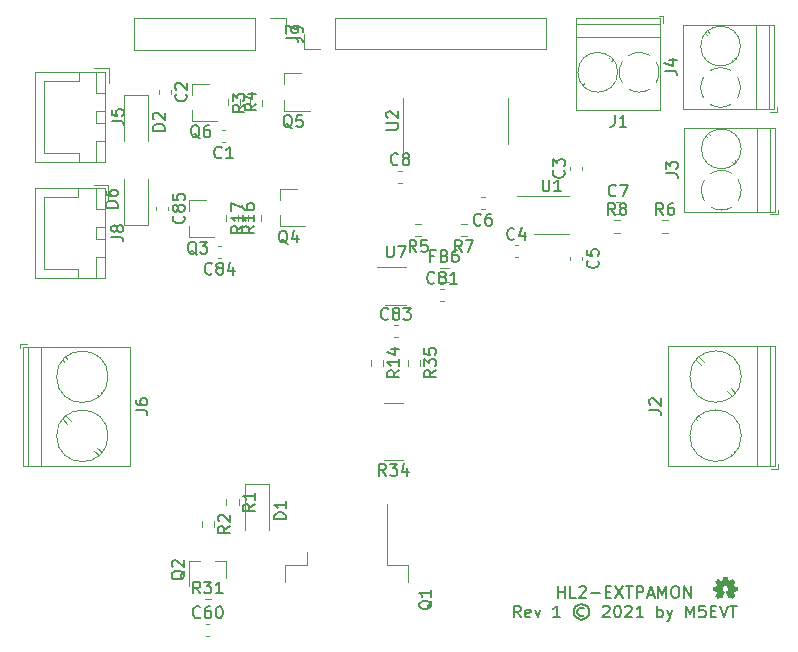
<source format=gbr>
G04 #@! TF.GenerationSoftware,KiCad,Pcbnew,5.1.10-88a1d61d58~90~ubuntu20.04.1*
G04 #@! TF.CreationDate,2021-09-05T17:22:48+01:00*
G04 #@! TF.ProjectId,hl2_extpamon,686c325f-6578-4747-9061-6d6f6e2e6b69,1*
G04 #@! TF.SameCoordinates,PX59a5380PY35d55f4*
G04 #@! TF.FileFunction,Legend,Top*
G04 #@! TF.FilePolarity,Positive*
%FSLAX46Y46*%
G04 Gerber Fmt 4.6, Leading zero omitted, Abs format (unit mm)*
G04 Created by KiCad (PCBNEW 5.1.10-88a1d61d58~90~ubuntu20.04.1) date 2021-09-05 17:22:48*
%MOMM*%
%LPD*%
G01*
G04 APERTURE LIST*
%ADD10C,0.150000*%
%ADD11C,0.120000*%
%ADD12C,0.002540*%
G04 APERTURE END LIST*
D10*
X45379842Y-50020980D02*
X45379842Y-49020980D01*
X45379842Y-49497171D02*
X45951271Y-49497171D01*
X45951271Y-50020980D02*
X45951271Y-49020980D01*
X46903652Y-50020980D02*
X46427461Y-50020980D01*
X46427461Y-49020980D01*
X47189366Y-49116219D02*
X47236985Y-49068600D01*
X47332223Y-49020980D01*
X47570319Y-49020980D01*
X47665557Y-49068600D01*
X47713176Y-49116219D01*
X47760795Y-49211457D01*
X47760795Y-49306695D01*
X47713176Y-49449552D01*
X47141747Y-50020980D01*
X47760795Y-50020980D01*
X48189366Y-49640028D02*
X48951271Y-49640028D01*
X49427461Y-49497171D02*
X49760795Y-49497171D01*
X49903652Y-50020980D02*
X49427461Y-50020980D01*
X49427461Y-49020980D01*
X49903652Y-49020980D01*
X50236985Y-49020980D02*
X50903652Y-50020980D01*
X50903652Y-49020980D02*
X50236985Y-50020980D01*
X51141747Y-49020980D02*
X51713176Y-49020980D01*
X51427461Y-50020980D02*
X51427461Y-49020980D01*
X52046509Y-50020980D02*
X52046509Y-49020980D01*
X52427461Y-49020980D01*
X52522700Y-49068600D01*
X52570319Y-49116219D01*
X52617938Y-49211457D01*
X52617938Y-49354314D01*
X52570319Y-49449552D01*
X52522700Y-49497171D01*
X52427461Y-49544790D01*
X52046509Y-49544790D01*
X52998890Y-49735266D02*
X53475080Y-49735266D01*
X52903652Y-50020980D02*
X53236985Y-49020980D01*
X53570319Y-50020980D01*
X53903652Y-50020980D02*
X53903652Y-49020980D01*
X54236985Y-49735266D01*
X54570319Y-49020980D01*
X54570319Y-50020980D01*
X55236985Y-49020980D02*
X55427461Y-49020980D01*
X55522700Y-49068600D01*
X55617938Y-49163838D01*
X55665557Y-49354314D01*
X55665557Y-49687647D01*
X55617938Y-49878123D01*
X55522700Y-49973361D01*
X55427461Y-50020980D01*
X55236985Y-50020980D01*
X55141747Y-49973361D01*
X55046509Y-49878123D01*
X54998890Y-49687647D01*
X54998890Y-49354314D01*
X55046509Y-49163838D01*
X55141747Y-49068600D01*
X55236985Y-49020980D01*
X56094128Y-50020980D02*
X56094128Y-49020980D01*
X56665557Y-50020980D01*
X56665557Y-49020980D01*
X42236985Y-51670980D02*
X41903652Y-51194790D01*
X41665557Y-51670980D02*
X41665557Y-50670980D01*
X42046509Y-50670980D01*
X42141747Y-50718600D01*
X42189366Y-50766219D01*
X42236985Y-50861457D01*
X42236985Y-51004314D01*
X42189366Y-51099552D01*
X42141747Y-51147171D01*
X42046509Y-51194790D01*
X41665557Y-51194790D01*
X43046509Y-51623361D02*
X42951271Y-51670980D01*
X42760795Y-51670980D01*
X42665557Y-51623361D01*
X42617938Y-51528123D01*
X42617938Y-51147171D01*
X42665557Y-51051933D01*
X42760795Y-51004314D01*
X42951271Y-51004314D01*
X43046509Y-51051933D01*
X43094128Y-51147171D01*
X43094128Y-51242409D01*
X42617938Y-51337647D01*
X43427461Y-51004314D02*
X43665557Y-51670980D01*
X43903652Y-51004314D01*
X45570319Y-51670980D02*
X44998890Y-51670980D01*
X45284604Y-51670980D02*
X45284604Y-50670980D01*
X45189366Y-50813838D01*
X45094128Y-50909076D01*
X44998890Y-50956695D01*
X47570319Y-50909076D02*
X47475080Y-50861457D01*
X47284604Y-50861457D01*
X47189366Y-50909076D01*
X47094128Y-51004314D01*
X47046509Y-51099552D01*
X47046509Y-51290028D01*
X47094128Y-51385266D01*
X47189366Y-51480504D01*
X47284604Y-51528123D01*
X47475080Y-51528123D01*
X47570319Y-51480504D01*
X47379842Y-50528123D02*
X47141747Y-50575742D01*
X46903652Y-50718600D01*
X46760795Y-50956695D01*
X46713176Y-51194790D01*
X46760795Y-51432885D01*
X46903652Y-51670980D01*
X47141747Y-51813838D01*
X47379842Y-51861457D01*
X47617938Y-51813838D01*
X47856033Y-51670980D01*
X47998890Y-51432885D01*
X48046509Y-51194790D01*
X47998890Y-50956695D01*
X47856033Y-50718600D01*
X47617938Y-50575742D01*
X47379842Y-50528123D01*
X49189366Y-50766219D02*
X49236985Y-50718600D01*
X49332223Y-50670980D01*
X49570319Y-50670980D01*
X49665557Y-50718600D01*
X49713176Y-50766219D01*
X49760795Y-50861457D01*
X49760795Y-50956695D01*
X49713176Y-51099552D01*
X49141747Y-51670980D01*
X49760795Y-51670980D01*
X50379842Y-50670980D02*
X50475080Y-50670980D01*
X50570319Y-50718600D01*
X50617938Y-50766219D01*
X50665557Y-50861457D01*
X50713176Y-51051933D01*
X50713176Y-51290028D01*
X50665557Y-51480504D01*
X50617938Y-51575742D01*
X50570319Y-51623361D01*
X50475080Y-51670980D01*
X50379842Y-51670980D01*
X50284604Y-51623361D01*
X50236985Y-51575742D01*
X50189366Y-51480504D01*
X50141747Y-51290028D01*
X50141747Y-51051933D01*
X50189366Y-50861457D01*
X50236985Y-50766219D01*
X50284604Y-50718600D01*
X50379842Y-50670980D01*
X51094128Y-50766219D02*
X51141747Y-50718600D01*
X51236985Y-50670980D01*
X51475080Y-50670980D01*
X51570319Y-50718600D01*
X51617938Y-50766219D01*
X51665557Y-50861457D01*
X51665557Y-50956695D01*
X51617938Y-51099552D01*
X51046509Y-51670980D01*
X51665557Y-51670980D01*
X52617938Y-51670980D02*
X52046509Y-51670980D01*
X52332223Y-51670980D02*
X52332223Y-50670980D01*
X52236985Y-50813838D01*
X52141747Y-50909076D01*
X52046509Y-50956695D01*
X53808414Y-51670980D02*
X53808414Y-50670980D01*
X53808414Y-51051933D02*
X53903652Y-51004314D01*
X54094128Y-51004314D01*
X54189366Y-51051933D01*
X54236985Y-51099552D01*
X54284604Y-51194790D01*
X54284604Y-51480504D01*
X54236985Y-51575742D01*
X54189366Y-51623361D01*
X54094128Y-51670980D01*
X53903652Y-51670980D01*
X53808414Y-51623361D01*
X54617938Y-51004314D02*
X54856033Y-51670980D01*
X55094128Y-51004314D02*
X54856033Y-51670980D01*
X54760795Y-51909076D01*
X54713176Y-51956695D01*
X54617938Y-52004314D01*
X56236985Y-51670980D02*
X56236985Y-50670980D01*
X56570319Y-51385266D01*
X56903652Y-50670980D01*
X56903652Y-51670980D01*
X57856033Y-50670980D02*
X57379842Y-50670980D01*
X57332223Y-51147171D01*
X57379842Y-51099552D01*
X57475080Y-51051933D01*
X57713176Y-51051933D01*
X57808414Y-51099552D01*
X57856033Y-51147171D01*
X57903652Y-51242409D01*
X57903652Y-51480504D01*
X57856033Y-51575742D01*
X57808414Y-51623361D01*
X57713176Y-51670980D01*
X57475080Y-51670980D01*
X57379842Y-51623361D01*
X57332223Y-51575742D01*
X58332223Y-51147171D02*
X58665557Y-51147171D01*
X58808414Y-51670980D02*
X58332223Y-51670980D01*
X58332223Y-50670980D01*
X58808414Y-50670980D01*
X59094128Y-50670980D02*
X59427461Y-51670980D01*
X59760795Y-50670980D01*
X59951271Y-50670980D02*
X60522700Y-50670980D01*
X60236985Y-51670980D02*
X60236985Y-50670980D01*
D11*
X32247664Y-38300200D02*
X30693536Y-38300200D01*
X32247664Y-33480200D02*
X30693536Y-33480200D01*
X9535300Y-930600D02*
X9535300Y-3590600D01*
X19755300Y-930600D02*
X9535300Y-930600D01*
X19755300Y-3590600D02*
X9535300Y-3590600D01*
X19755300Y-930600D02*
X19755300Y-3590600D01*
X21025300Y-930600D02*
X22355300Y-930600D01*
X22355300Y-930600D02*
X22355300Y-2260600D01*
X32262100Y-9601200D02*
X32262100Y-13051200D01*
X32262100Y-9601200D02*
X32262100Y-7651200D01*
X41132100Y-9601200D02*
X41132100Y-11551200D01*
X41132100Y-9601200D02*
X41132100Y-7651200D01*
X44850500Y-15979500D02*
X41925500Y-15979500D01*
X44850500Y-15979500D02*
X46350500Y-15979500D01*
X44850500Y-19199500D02*
X43350500Y-19199500D01*
X44850500Y-19199500D02*
X46350500Y-19199500D01*
X32668000Y-29847276D02*
X32668000Y-30356724D01*
X33713000Y-29847276D02*
X33713000Y-30356724D01*
X15485976Y-51135000D02*
X15995424Y-51135000D01*
X15485976Y-50090000D02*
X15995424Y-50090000D01*
X20227000Y-18136324D02*
X20227000Y-17626876D01*
X19182000Y-18136324D02*
X19182000Y-17626876D01*
X17277000Y-17626876D02*
X17277000Y-18136324D01*
X18322000Y-17626876D02*
X18322000Y-18136324D01*
X29556500Y-29847276D02*
X29556500Y-30356724D01*
X30601500Y-29847276D02*
X30601500Y-30356724D01*
X50158376Y-19089900D02*
X50667824Y-19089900D01*
X50158376Y-18044900D02*
X50667824Y-18044900D01*
X37664924Y-18324300D02*
X37155476Y-18324300D01*
X37664924Y-19369300D02*
X37155476Y-19369300D01*
X54222376Y-19089900D02*
X54731824Y-19089900D01*
X54222376Y-18044900D02*
X54731824Y-18044900D01*
X33827624Y-18324300D02*
X33318176Y-18324300D01*
X33827624Y-19369300D02*
X33318176Y-19369300D01*
X17454800Y-7746276D02*
X17454800Y-8255724D01*
X18499800Y-7746276D02*
X18499800Y-8255724D01*
X20354000Y-8357324D02*
X20354000Y-7847876D01*
X19309000Y-8357324D02*
X19309000Y-7847876D01*
X15218200Y-43499776D02*
X15218200Y-44009224D01*
X16263200Y-43499776D02*
X16263200Y-44009224D01*
X17313700Y-41658276D02*
X17313700Y-42167724D01*
X18358700Y-41658276D02*
X18358700Y-42167724D01*
X23911700Y-3565200D02*
X23911700Y-2235200D01*
X25241700Y-3565200D02*
X23911700Y-3565200D01*
X26511700Y-3565200D02*
X26511700Y-905200D01*
X26511700Y-905200D02*
X44351700Y-905200D01*
X26511700Y-3565200D02*
X44351700Y-3565200D01*
X44351700Y-3565200D02*
X44351700Y-905200D01*
X11396700Y-16897133D02*
X11396700Y-17189667D01*
X12416700Y-16897133D02*
X12416700Y-17189667D01*
X16885967Y-20241800D02*
X16593433Y-20241800D01*
X16885967Y-21261800D02*
X16593433Y-21261800D01*
X31520233Y-27945000D02*
X31812767Y-27945000D01*
X31520233Y-26925000D02*
X31812767Y-26925000D01*
X35433233Y-24894000D02*
X35725767Y-24894000D01*
X35433233Y-23874000D02*
X35725767Y-23874000D01*
X15594433Y-53218000D02*
X15886967Y-53218000D01*
X15594433Y-52198000D02*
X15886967Y-52198000D01*
X31877233Y-14861000D02*
X32169767Y-14861000D01*
X31877233Y-13841000D02*
X32169767Y-13841000D01*
X50317633Y-17502600D02*
X50610167Y-17502600D01*
X50317633Y-16482600D02*
X50610167Y-16482600D01*
X39180167Y-16101600D02*
X38887633Y-16101600D01*
X39180167Y-17121600D02*
X38887633Y-17121600D01*
X46448700Y-21138933D02*
X46448700Y-21431467D01*
X47468700Y-21138933D02*
X47468700Y-21431467D01*
X41732433Y-21185600D02*
X42024967Y-21185600D01*
X41732433Y-20165600D02*
X42024967Y-20165600D01*
X47456000Y-13798767D02*
X47456000Y-13506233D01*
X46436000Y-13798767D02*
X46436000Y-13506233D01*
X11599900Y-7043033D02*
X11599900Y-7335567D01*
X12619900Y-7043033D02*
X12619900Y-7335567D01*
X17234567Y-10412000D02*
X16942033Y-10412000D01*
X17234567Y-11432000D02*
X16942033Y-11432000D01*
X35370378Y-22109500D02*
X36169622Y-22109500D01*
X35370378Y-23229500D02*
X36169622Y-23229500D01*
X30766500Y-25235000D02*
X32566500Y-25235000D01*
X32566500Y-22015000D02*
X30116500Y-22015000D01*
X14397900Y-6471800D02*
X14397900Y-7401800D01*
X14397900Y-9631800D02*
X14397900Y-8701800D01*
X14397900Y-9631800D02*
X16557900Y-9631800D01*
X14397900Y-6471800D02*
X15857900Y-6471800D01*
X22221100Y-5608200D02*
X22221100Y-6538200D01*
X22221100Y-8768200D02*
X22221100Y-7838200D01*
X22221100Y-8768200D02*
X24381100Y-8768200D01*
X22221100Y-5608200D02*
X23681100Y-5608200D01*
X21840100Y-15387200D02*
X21840100Y-16317200D01*
X21840100Y-18547200D02*
X21840100Y-17617200D01*
X21840100Y-18547200D02*
X24000100Y-18547200D01*
X21840100Y-15387200D02*
X23300100Y-15387200D01*
X14143900Y-16327000D02*
X14143900Y-17257000D01*
X14143900Y-19487000D02*
X14143900Y-18557000D01*
X14143900Y-19487000D02*
X16303900Y-19487000D01*
X14143900Y-16327000D02*
X15603900Y-16327000D01*
X17320700Y-46868000D02*
X16390700Y-46868000D01*
X14160700Y-46868000D02*
X15090700Y-46868000D01*
X14160700Y-46868000D02*
X14160700Y-49028000D01*
X17320700Y-46868000D02*
X17320700Y-48328000D01*
X32726300Y-48695800D02*
X32726300Y-47195800D01*
X32726300Y-47195800D02*
X30916300Y-47195800D01*
X30916300Y-47195800D02*
X30916300Y-42070800D01*
X22326300Y-48695800D02*
X22326300Y-47195800D01*
X22326300Y-47195800D02*
X24136300Y-47195800D01*
X24136300Y-47195800D02*
X24136300Y-46095800D01*
X7050100Y-15313800D02*
X1080100Y-15313800D01*
X1080100Y-15313800D02*
X1080100Y-22933800D01*
X1080100Y-22933800D02*
X7050100Y-22933800D01*
X7050100Y-22933800D02*
X7050100Y-15313800D01*
X7040100Y-18623800D02*
X6290100Y-18623800D01*
X6290100Y-18623800D02*
X6290100Y-19623800D01*
X6290100Y-19623800D02*
X7040100Y-19623800D01*
X7040100Y-19623800D02*
X7040100Y-18623800D01*
X7040100Y-15323800D02*
X6290100Y-15323800D01*
X6290100Y-15323800D02*
X6290100Y-17123800D01*
X6290100Y-17123800D02*
X7040100Y-17123800D01*
X7040100Y-17123800D02*
X7040100Y-15323800D01*
X7040100Y-21123800D02*
X6290100Y-21123800D01*
X6290100Y-21123800D02*
X6290100Y-22923800D01*
X6290100Y-22923800D02*
X7040100Y-22923800D01*
X7040100Y-22923800D02*
X7040100Y-21123800D01*
X4790100Y-15323800D02*
X4790100Y-16073800D01*
X4790100Y-16073800D02*
X1840100Y-16073800D01*
X1840100Y-16073800D02*
X1840100Y-19123800D01*
X4790100Y-22923800D02*
X4790100Y-22173800D01*
X4790100Y-22173800D02*
X1840100Y-22173800D01*
X1840100Y-22173800D02*
X1840100Y-19123800D01*
X7340100Y-16273800D02*
X7340100Y-15023800D01*
X7340100Y-15023800D02*
X6090100Y-15023800D01*
X7304900Y-31292800D02*
G75*
G03*
X7304900Y-31292800I-2180000J0D01*
G01*
X7304900Y-36292800D02*
G75*
G03*
X7304900Y-36292800I-2180000J0D01*
G01*
X524900Y-28732800D02*
X524900Y-38852800D01*
X1624900Y-28732800D02*
X1624900Y-38852800D01*
X9184900Y-28732800D02*
X9184900Y-38852800D01*
X64900Y-28732800D02*
X64900Y-38852800D01*
X9184900Y-28732800D02*
X64900Y-28732800D01*
X9184900Y-38852800D02*
X64900Y-38852800D01*
X6512900Y-32946800D02*
X6405900Y-32839800D01*
X3577900Y-30010800D02*
X3470900Y-29904800D01*
X6778900Y-32680800D02*
X6671900Y-32573800D01*
X3843900Y-29744800D02*
X3736900Y-29638800D01*
X6512900Y-37946800D02*
X6116900Y-37551800D01*
X3850900Y-35285800D02*
X3470900Y-34905800D01*
X6778900Y-37680800D02*
X6398900Y-37300800D01*
X4132900Y-35034800D02*
X3736900Y-34639800D01*
X464900Y-28492800D02*
X-175100Y-28492800D01*
X-175100Y-28492800D02*
X-175100Y-28892800D01*
X7076900Y-5481000D02*
X1106900Y-5481000D01*
X1106900Y-5481000D02*
X1106900Y-13101000D01*
X1106900Y-13101000D02*
X7076900Y-13101000D01*
X7076900Y-13101000D02*
X7076900Y-5481000D01*
X7066900Y-8791000D02*
X6316900Y-8791000D01*
X6316900Y-8791000D02*
X6316900Y-9791000D01*
X6316900Y-9791000D02*
X7066900Y-9791000D01*
X7066900Y-9791000D02*
X7066900Y-8791000D01*
X7066900Y-5491000D02*
X6316900Y-5491000D01*
X6316900Y-5491000D02*
X6316900Y-7291000D01*
X6316900Y-7291000D02*
X7066900Y-7291000D01*
X7066900Y-7291000D02*
X7066900Y-5491000D01*
X7066900Y-11291000D02*
X6316900Y-11291000D01*
X6316900Y-11291000D02*
X6316900Y-13091000D01*
X6316900Y-13091000D02*
X7066900Y-13091000D01*
X7066900Y-13091000D02*
X7066900Y-11291000D01*
X4816900Y-5491000D02*
X4816900Y-6241000D01*
X4816900Y-6241000D02*
X1866900Y-6241000D01*
X1866900Y-6241000D02*
X1866900Y-9291000D01*
X4816900Y-13091000D02*
X4816900Y-12341000D01*
X4816900Y-12341000D02*
X1866900Y-12341000D01*
X1866900Y-12341000D02*
X1866900Y-9291000D01*
X7366900Y-6441000D02*
X7366900Y-5191000D01*
X7366900Y-5191000D02*
X6116900Y-5191000D01*
X60842000Y-3297500D02*
G75*
G03*
X60842000Y-3297500I-1680000J0D01*
G01*
X63262000Y-8607500D02*
X63262000Y-1487500D01*
X62162000Y-8607500D02*
X62162000Y-1487500D01*
X56002000Y-8607500D02*
X56002000Y-1487500D01*
X63722000Y-8607500D02*
X63722000Y-1487500D01*
X56002000Y-8607500D02*
X63722000Y-8607500D01*
X56002000Y-1487500D02*
X63722000Y-1487500D01*
X58093000Y-2022500D02*
X58221000Y-2151500D01*
X60343000Y-4272500D02*
X60436000Y-4366500D01*
X57887000Y-2227500D02*
X57981000Y-2321500D01*
X60103000Y-4442500D02*
X60231000Y-4571500D01*
X63322000Y-8847500D02*
X63962000Y-8847500D01*
X63962000Y-8847500D02*
X63962000Y-8447500D01*
X60842099Y-6768826D02*
G75*
G02*
X60602000Y-7663500I-1680099J-28674D01*
G01*
X60051894Y-8222858D02*
G75*
G02*
X58296000Y-8237500I-889894J1425358D01*
G01*
X57736642Y-7687394D02*
G75*
G02*
X57722000Y-5931500I1425358J889894D01*
G01*
X58271807Y-5371995D02*
G75*
G02*
X60053000Y-5372500I890193J-1425505D01*
G01*
X60586721Y-5907236D02*
G75*
G02*
X60842000Y-6797500I-1424721J-890264D01*
G01*
X60905500Y-11997000D02*
G75*
G03*
X60905500Y-11997000I-1680000J0D01*
G01*
X63325500Y-17307000D02*
X63325500Y-10187000D01*
X62225500Y-17307000D02*
X62225500Y-10187000D01*
X56065500Y-17307000D02*
X56065500Y-10187000D01*
X63785500Y-17307000D02*
X63785500Y-10187000D01*
X56065500Y-17307000D02*
X63785500Y-17307000D01*
X56065500Y-10187000D02*
X63785500Y-10187000D01*
X58156500Y-10722000D02*
X58284500Y-10851000D01*
X60406500Y-12972000D02*
X60499500Y-13066000D01*
X57950500Y-10927000D02*
X58044500Y-11021000D01*
X60166500Y-13142000D02*
X60294500Y-13271000D01*
X63385500Y-17547000D02*
X64025500Y-17547000D01*
X64025500Y-17547000D02*
X64025500Y-17147000D01*
X60905599Y-15468326D02*
G75*
G02*
X60665500Y-16363000I-1680099J-28674D01*
G01*
X60115394Y-16922358D02*
G75*
G02*
X58359500Y-16937000I-889894J1425358D01*
G01*
X57800142Y-16386894D02*
G75*
G02*
X57785500Y-14631000I1425358J889894D01*
G01*
X58335307Y-14071495D02*
G75*
G02*
X60116500Y-14072000I890193J-1425505D01*
G01*
X60650221Y-14606736D02*
G75*
G02*
X60905500Y-15497000I-1424721J-890264D01*
G01*
X60922900Y-36274200D02*
G75*
G03*
X60922900Y-36274200I-2180000J0D01*
G01*
X60922900Y-31274200D02*
G75*
G03*
X60922900Y-31274200I-2180000J0D01*
G01*
X63342900Y-38834200D02*
X63342900Y-28714200D01*
X62242900Y-38834200D02*
X62242900Y-28714200D01*
X54682900Y-38834200D02*
X54682900Y-28714200D01*
X63802900Y-38834200D02*
X63802900Y-28714200D01*
X54682900Y-38834200D02*
X63802900Y-38834200D01*
X54682900Y-28714200D02*
X63802900Y-28714200D01*
X57354900Y-34620200D02*
X57461900Y-34727200D01*
X60289900Y-37556200D02*
X60396900Y-37662200D01*
X57088900Y-34886200D02*
X57195900Y-34993200D01*
X60023900Y-37822200D02*
X60130900Y-37928200D01*
X57354900Y-29620200D02*
X57750900Y-30015200D01*
X60016900Y-32281200D02*
X60396900Y-32661200D01*
X57088900Y-29886200D02*
X57468900Y-30266200D01*
X59734900Y-32532200D02*
X60130900Y-32927200D01*
X63402900Y-39074200D02*
X64042900Y-39074200D01*
X64042900Y-39074200D02*
X64042900Y-38674200D01*
X50447300Y-5511800D02*
G75*
G03*
X50447300Y-5511800I-1680000J0D01*
G01*
X54077300Y-1411800D02*
X46957300Y-1411800D01*
X54077300Y-2511800D02*
X46957300Y-2511800D01*
X54077300Y-8671800D02*
X46957300Y-8671800D01*
X54077300Y-951800D02*
X46957300Y-951800D01*
X54077300Y-8671800D02*
X54077300Y-951800D01*
X46957300Y-8671800D02*
X46957300Y-951800D01*
X47492300Y-6580800D02*
X47621300Y-6452800D01*
X49742300Y-4330800D02*
X49836300Y-4237800D01*
X47697300Y-6786800D02*
X47791300Y-6692800D01*
X49912300Y-4570800D02*
X50041300Y-4442800D01*
X54317300Y-1351800D02*
X54317300Y-711800D01*
X54317300Y-711800D02*
X53917300Y-711800D01*
X52238626Y-3831701D02*
G75*
G02*
X53133300Y-4071800I28674J-1680099D01*
G01*
X53692658Y-4621906D02*
G75*
G02*
X53707300Y-6377800I-1425358J-889894D01*
G01*
X53157194Y-6937158D02*
G75*
G02*
X51401300Y-6951800I-889894J1425358D01*
G01*
X50841795Y-6401993D02*
G75*
G02*
X50842300Y-4620800I1425505J890193D01*
G01*
X51377036Y-4087079D02*
G75*
G02*
X52267300Y-3831800I890264J-1424721D01*
G01*
X8652000Y-18481600D02*
X10652000Y-18481600D01*
X10652000Y-18481600D02*
X10652000Y-14581600D01*
X8652000Y-18481600D02*
X8652000Y-14581600D01*
X10646100Y-7452800D02*
X8646100Y-7452800D01*
X8646100Y-7452800D02*
X8646100Y-11352800D01*
X10646100Y-7452800D02*
X10646100Y-11352800D01*
X20931700Y-40361500D02*
X18931700Y-40361500D01*
X18931700Y-40361500D02*
X18931700Y-44261500D01*
X20931700Y-40361500D02*
X20931700Y-44261500D01*
D12*
G36*
X58927180Y-50020220D02*
G01*
X58937340Y-50015140D01*
X58960200Y-49999900D01*
X58993220Y-49979580D01*
X59033860Y-49951640D01*
X59071960Y-49926240D01*
X59104980Y-49903380D01*
X59127840Y-49888140D01*
X59138000Y-49883060D01*
X59143080Y-49885600D01*
X59160860Y-49895760D01*
X59188800Y-49908460D01*
X59204040Y-49916080D01*
X59229440Y-49928780D01*
X59242140Y-49931320D01*
X59244680Y-49926240D01*
X59254840Y-49908460D01*
X59267540Y-49875440D01*
X59287860Y-49832260D01*
X59308180Y-49781460D01*
X59331040Y-49725580D01*
X59353900Y-49669700D01*
X59376760Y-49616360D01*
X59397080Y-49568100D01*
X59412320Y-49530000D01*
X59422480Y-49502060D01*
X59427560Y-49491900D01*
X59425020Y-49489360D01*
X59412320Y-49476660D01*
X59392000Y-49461420D01*
X59343740Y-49420780D01*
X59298020Y-49362360D01*
X59267540Y-49296320D01*
X59259920Y-49222660D01*
X59267540Y-49156620D01*
X59292940Y-49093120D01*
X59338660Y-49032160D01*
X59394540Y-48988980D01*
X59460580Y-48961040D01*
X59531700Y-48953420D01*
X59600280Y-48961040D01*
X59666320Y-48986440D01*
X59727280Y-49032160D01*
X59750140Y-49060100D01*
X59785700Y-49121060D01*
X59806020Y-49182020D01*
X59806020Y-49197260D01*
X59803480Y-49268380D01*
X59783160Y-49336960D01*
X59747600Y-49395380D01*
X59694260Y-49446180D01*
X59689180Y-49451260D01*
X59663780Y-49469040D01*
X59648540Y-49479200D01*
X59635840Y-49489360D01*
X59724740Y-49705260D01*
X59739980Y-49740820D01*
X59765380Y-49799240D01*
X59785700Y-49850040D01*
X59803480Y-49890680D01*
X59816180Y-49916080D01*
X59821260Y-49928780D01*
X59828880Y-49928780D01*
X59844120Y-49923700D01*
X59874600Y-49908460D01*
X59894920Y-49898300D01*
X59917780Y-49888140D01*
X59927940Y-49883060D01*
X59938100Y-49888140D01*
X59958420Y-49903380D01*
X59991440Y-49923700D01*
X60029540Y-49949100D01*
X60065100Y-49974500D01*
X60100660Y-49997360D01*
X60123520Y-50012600D01*
X60136220Y-50020220D01*
X60138760Y-50020220D01*
X60148920Y-50012600D01*
X60169240Y-49997360D01*
X60197180Y-49969420D01*
X60237820Y-49928780D01*
X60245440Y-49923700D01*
X60278460Y-49888140D01*
X60306400Y-49857660D01*
X60326720Y-49837340D01*
X60331800Y-49829720D01*
X60326720Y-49817020D01*
X60311480Y-49791620D01*
X60288620Y-49758600D01*
X60260680Y-49717960D01*
X60189560Y-49613820D01*
X60230200Y-49517300D01*
X60240360Y-49486820D01*
X60255600Y-49451260D01*
X60268300Y-49425860D01*
X60273380Y-49413160D01*
X60283540Y-49410620D01*
X60311480Y-49403000D01*
X60349580Y-49395380D01*
X60395300Y-49387760D01*
X60441020Y-49377600D01*
X60479120Y-49369980D01*
X60509600Y-49364900D01*
X60522300Y-49362360D01*
X60524840Y-49359820D01*
X60527380Y-49354740D01*
X60529920Y-49342040D01*
X60529920Y-49316640D01*
X60529920Y-49278540D01*
X60529920Y-49222660D01*
X60529920Y-49217580D01*
X60529920Y-49164240D01*
X60529920Y-49123600D01*
X60527380Y-49098200D01*
X60524840Y-49088040D01*
X60512140Y-49082960D01*
X60484200Y-49077880D01*
X60446100Y-49070260D01*
X60397840Y-49060100D01*
X60395300Y-49060100D01*
X60347040Y-49052480D01*
X60308940Y-49042320D01*
X60281000Y-49037240D01*
X60268300Y-49032160D01*
X60265760Y-49029620D01*
X60255600Y-49011840D01*
X60242900Y-48981360D01*
X60227660Y-48945800D01*
X60212420Y-48910240D01*
X60197180Y-48874680D01*
X60189560Y-48851820D01*
X60187020Y-48839120D01*
X60194640Y-48828960D01*
X60209880Y-48803560D01*
X60232740Y-48770540D01*
X60260680Y-48729900D01*
X60263220Y-48724820D01*
X60291160Y-48686720D01*
X60311480Y-48651160D01*
X60326720Y-48628300D01*
X60331800Y-48618140D01*
X60331800Y-48615600D01*
X60324180Y-48605440D01*
X60303860Y-48582580D01*
X60273380Y-48552100D01*
X60237820Y-48516540D01*
X60227660Y-48506380D01*
X60189560Y-48468280D01*
X60161620Y-48442880D01*
X60143840Y-48430180D01*
X60136220Y-48425100D01*
X60136220Y-48427640D01*
X60123520Y-48432720D01*
X60098120Y-48450500D01*
X60065100Y-48473360D01*
X60024460Y-48501300D01*
X60021920Y-48503840D01*
X59981280Y-48529240D01*
X59948260Y-48552100D01*
X59925400Y-48567340D01*
X59915240Y-48574960D01*
X59912700Y-48574960D01*
X59897460Y-48569880D01*
X59866980Y-48559720D01*
X59833960Y-48547020D01*
X59795860Y-48531780D01*
X59762840Y-48516540D01*
X59737440Y-48506380D01*
X59724740Y-48498760D01*
X59719660Y-48483520D01*
X59714580Y-48453040D01*
X59704420Y-48412400D01*
X59696800Y-48364140D01*
X59694260Y-48356520D01*
X59686640Y-48308260D01*
X59679020Y-48270160D01*
X59671400Y-48242220D01*
X59668860Y-48229520D01*
X59663780Y-48229520D01*
X59638380Y-48226980D01*
X59602820Y-48226980D01*
X59559640Y-48226980D01*
X59516460Y-48226980D01*
X59473280Y-48226980D01*
X59435180Y-48229520D01*
X59409780Y-48229520D01*
X59397080Y-48232060D01*
X59397080Y-48234600D01*
X59392000Y-48247300D01*
X59386920Y-48277780D01*
X59376760Y-48318420D01*
X59369140Y-48369220D01*
X59366600Y-48376840D01*
X59358980Y-48425100D01*
X59348820Y-48463200D01*
X59343740Y-48491140D01*
X59341200Y-48501300D01*
X59336120Y-48503840D01*
X59318340Y-48511460D01*
X59285320Y-48524160D01*
X59244680Y-48541940D01*
X59153240Y-48577500D01*
X59041480Y-48501300D01*
X59031320Y-48493680D01*
X58990680Y-48465740D01*
X58957660Y-48445420D01*
X58934800Y-48430180D01*
X58924640Y-48425100D01*
X58914480Y-48435260D01*
X58891620Y-48455580D01*
X58861140Y-48486060D01*
X58825580Y-48519080D01*
X58800180Y-48547020D01*
X58769700Y-48577500D01*
X58749380Y-48597820D01*
X58739220Y-48613060D01*
X58734140Y-48620680D01*
X58736680Y-48625760D01*
X58741760Y-48638460D01*
X58759540Y-48661320D01*
X58782400Y-48696880D01*
X58810340Y-48734980D01*
X58833200Y-48770540D01*
X58856060Y-48806100D01*
X58871300Y-48834040D01*
X58878920Y-48846740D01*
X58876380Y-48851820D01*
X58868760Y-48874680D01*
X58856060Y-48907700D01*
X58838280Y-48948340D01*
X58800180Y-49037240D01*
X58741760Y-49047400D01*
X58706200Y-49055020D01*
X58655400Y-49062640D01*
X58609680Y-49072800D01*
X58536020Y-49088040D01*
X58533480Y-49354740D01*
X58543640Y-49359820D01*
X58556340Y-49364900D01*
X58581740Y-49369980D01*
X58622380Y-49377600D01*
X58668100Y-49385220D01*
X58706200Y-49392840D01*
X58746840Y-49400460D01*
X58774780Y-49405540D01*
X58787480Y-49408080D01*
X58790020Y-49413160D01*
X58800180Y-49433480D01*
X58815420Y-49463960D01*
X58830660Y-49499520D01*
X58845900Y-49537620D01*
X58858600Y-49573180D01*
X58868760Y-49598580D01*
X58873840Y-49613820D01*
X58868760Y-49623980D01*
X58853520Y-49646840D01*
X58830660Y-49679860D01*
X58805260Y-49717960D01*
X58777320Y-49758600D01*
X58754460Y-49791620D01*
X58739220Y-49817020D01*
X58731600Y-49827180D01*
X58736680Y-49834800D01*
X58751920Y-49852580D01*
X58779860Y-49883060D01*
X58825580Y-49928780D01*
X58833200Y-49933860D01*
X58866220Y-49969420D01*
X58896700Y-49994820D01*
X58917020Y-50015140D01*
X58927180Y-50020220D01*
G37*
X58927180Y-50020220D02*
X58937340Y-50015140D01*
X58960200Y-49999900D01*
X58993220Y-49979580D01*
X59033860Y-49951640D01*
X59071960Y-49926240D01*
X59104980Y-49903380D01*
X59127840Y-49888140D01*
X59138000Y-49883060D01*
X59143080Y-49885600D01*
X59160860Y-49895760D01*
X59188800Y-49908460D01*
X59204040Y-49916080D01*
X59229440Y-49928780D01*
X59242140Y-49931320D01*
X59244680Y-49926240D01*
X59254840Y-49908460D01*
X59267540Y-49875440D01*
X59287860Y-49832260D01*
X59308180Y-49781460D01*
X59331040Y-49725580D01*
X59353900Y-49669700D01*
X59376760Y-49616360D01*
X59397080Y-49568100D01*
X59412320Y-49530000D01*
X59422480Y-49502060D01*
X59427560Y-49491900D01*
X59425020Y-49489360D01*
X59412320Y-49476660D01*
X59392000Y-49461420D01*
X59343740Y-49420780D01*
X59298020Y-49362360D01*
X59267540Y-49296320D01*
X59259920Y-49222660D01*
X59267540Y-49156620D01*
X59292940Y-49093120D01*
X59338660Y-49032160D01*
X59394540Y-48988980D01*
X59460580Y-48961040D01*
X59531700Y-48953420D01*
X59600280Y-48961040D01*
X59666320Y-48986440D01*
X59727280Y-49032160D01*
X59750140Y-49060100D01*
X59785700Y-49121060D01*
X59806020Y-49182020D01*
X59806020Y-49197260D01*
X59803480Y-49268380D01*
X59783160Y-49336960D01*
X59747600Y-49395380D01*
X59694260Y-49446180D01*
X59689180Y-49451260D01*
X59663780Y-49469040D01*
X59648540Y-49479200D01*
X59635840Y-49489360D01*
X59724740Y-49705260D01*
X59739980Y-49740820D01*
X59765380Y-49799240D01*
X59785700Y-49850040D01*
X59803480Y-49890680D01*
X59816180Y-49916080D01*
X59821260Y-49928780D01*
X59828880Y-49928780D01*
X59844120Y-49923700D01*
X59874600Y-49908460D01*
X59894920Y-49898300D01*
X59917780Y-49888140D01*
X59927940Y-49883060D01*
X59938100Y-49888140D01*
X59958420Y-49903380D01*
X59991440Y-49923700D01*
X60029540Y-49949100D01*
X60065100Y-49974500D01*
X60100660Y-49997360D01*
X60123520Y-50012600D01*
X60136220Y-50020220D01*
X60138760Y-50020220D01*
X60148920Y-50012600D01*
X60169240Y-49997360D01*
X60197180Y-49969420D01*
X60237820Y-49928780D01*
X60245440Y-49923700D01*
X60278460Y-49888140D01*
X60306400Y-49857660D01*
X60326720Y-49837340D01*
X60331800Y-49829720D01*
X60326720Y-49817020D01*
X60311480Y-49791620D01*
X60288620Y-49758600D01*
X60260680Y-49717960D01*
X60189560Y-49613820D01*
X60230200Y-49517300D01*
X60240360Y-49486820D01*
X60255600Y-49451260D01*
X60268300Y-49425860D01*
X60273380Y-49413160D01*
X60283540Y-49410620D01*
X60311480Y-49403000D01*
X60349580Y-49395380D01*
X60395300Y-49387760D01*
X60441020Y-49377600D01*
X60479120Y-49369980D01*
X60509600Y-49364900D01*
X60522300Y-49362360D01*
X60524840Y-49359820D01*
X60527380Y-49354740D01*
X60529920Y-49342040D01*
X60529920Y-49316640D01*
X60529920Y-49278540D01*
X60529920Y-49222660D01*
X60529920Y-49217580D01*
X60529920Y-49164240D01*
X60529920Y-49123600D01*
X60527380Y-49098200D01*
X60524840Y-49088040D01*
X60512140Y-49082960D01*
X60484200Y-49077880D01*
X60446100Y-49070260D01*
X60397840Y-49060100D01*
X60395300Y-49060100D01*
X60347040Y-49052480D01*
X60308940Y-49042320D01*
X60281000Y-49037240D01*
X60268300Y-49032160D01*
X60265760Y-49029620D01*
X60255600Y-49011840D01*
X60242900Y-48981360D01*
X60227660Y-48945800D01*
X60212420Y-48910240D01*
X60197180Y-48874680D01*
X60189560Y-48851820D01*
X60187020Y-48839120D01*
X60194640Y-48828960D01*
X60209880Y-48803560D01*
X60232740Y-48770540D01*
X60260680Y-48729900D01*
X60263220Y-48724820D01*
X60291160Y-48686720D01*
X60311480Y-48651160D01*
X60326720Y-48628300D01*
X60331800Y-48618140D01*
X60331800Y-48615600D01*
X60324180Y-48605440D01*
X60303860Y-48582580D01*
X60273380Y-48552100D01*
X60237820Y-48516540D01*
X60227660Y-48506380D01*
X60189560Y-48468280D01*
X60161620Y-48442880D01*
X60143840Y-48430180D01*
X60136220Y-48425100D01*
X60136220Y-48427640D01*
X60123520Y-48432720D01*
X60098120Y-48450500D01*
X60065100Y-48473360D01*
X60024460Y-48501300D01*
X60021920Y-48503840D01*
X59981280Y-48529240D01*
X59948260Y-48552100D01*
X59925400Y-48567340D01*
X59915240Y-48574960D01*
X59912700Y-48574960D01*
X59897460Y-48569880D01*
X59866980Y-48559720D01*
X59833960Y-48547020D01*
X59795860Y-48531780D01*
X59762840Y-48516540D01*
X59737440Y-48506380D01*
X59724740Y-48498760D01*
X59719660Y-48483520D01*
X59714580Y-48453040D01*
X59704420Y-48412400D01*
X59696800Y-48364140D01*
X59694260Y-48356520D01*
X59686640Y-48308260D01*
X59679020Y-48270160D01*
X59671400Y-48242220D01*
X59668860Y-48229520D01*
X59663780Y-48229520D01*
X59638380Y-48226980D01*
X59602820Y-48226980D01*
X59559640Y-48226980D01*
X59516460Y-48226980D01*
X59473280Y-48226980D01*
X59435180Y-48229520D01*
X59409780Y-48229520D01*
X59397080Y-48232060D01*
X59397080Y-48234600D01*
X59392000Y-48247300D01*
X59386920Y-48277780D01*
X59376760Y-48318420D01*
X59369140Y-48369220D01*
X59366600Y-48376840D01*
X59358980Y-48425100D01*
X59348820Y-48463200D01*
X59343740Y-48491140D01*
X59341200Y-48501300D01*
X59336120Y-48503840D01*
X59318340Y-48511460D01*
X59285320Y-48524160D01*
X59244680Y-48541940D01*
X59153240Y-48577500D01*
X59041480Y-48501300D01*
X59031320Y-48493680D01*
X58990680Y-48465740D01*
X58957660Y-48445420D01*
X58934800Y-48430180D01*
X58924640Y-48425100D01*
X58914480Y-48435260D01*
X58891620Y-48455580D01*
X58861140Y-48486060D01*
X58825580Y-48519080D01*
X58800180Y-48547020D01*
X58769700Y-48577500D01*
X58749380Y-48597820D01*
X58739220Y-48613060D01*
X58734140Y-48620680D01*
X58736680Y-48625760D01*
X58741760Y-48638460D01*
X58759540Y-48661320D01*
X58782400Y-48696880D01*
X58810340Y-48734980D01*
X58833200Y-48770540D01*
X58856060Y-48806100D01*
X58871300Y-48834040D01*
X58878920Y-48846740D01*
X58876380Y-48851820D01*
X58868760Y-48874680D01*
X58856060Y-48907700D01*
X58838280Y-48948340D01*
X58800180Y-49037240D01*
X58741760Y-49047400D01*
X58706200Y-49055020D01*
X58655400Y-49062640D01*
X58609680Y-49072800D01*
X58536020Y-49088040D01*
X58533480Y-49354740D01*
X58543640Y-49359820D01*
X58556340Y-49364900D01*
X58581740Y-49369980D01*
X58622380Y-49377600D01*
X58668100Y-49385220D01*
X58706200Y-49392840D01*
X58746840Y-49400460D01*
X58774780Y-49405540D01*
X58787480Y-49408080D01*
X58790020Y-49413160D01*
X58800180Y-49433480D01*
X58815420Y-49463960D01*
X58830660Y-49499520D01*
X58845900Y-49537620D01*
X58858600Y-49573180D01*
X58868760Y-49598580D01*
X58873840Y-49613820D01*
X58868760Y-49623980D01*
X58853520Y-49646840D01*
X58830660Y-49679860D01*
X58805260Y-49717960D01*
X58777320Y-49758600D01*
X58754460Y-49791620D01*
X58739220Y-49817020D01*
X58731600Y-49827180D01*
X58736680Y-49834800D01*
X58751920Y-49852580D01*
X58779860Y-49883060D01*
X58825580Y-49928780D01*
X58833200Y-49933860D01*
X58866220Y-49969420D01*
X58896700Y-49994820D01*
X58917020Y-50015140D01*
X58927180Y-50020220D01*
D10*
X30827742Y-39662580D02*
X30494409Y-39186390D01*
X30256314Y-39662580D02*
X30256314Y-38662580D01*
X30637266Y-38662580D01*
X30732504Y-38710200D01*
X30780123Y-38757819D01*
X30827742Y-38853057D01*
X30827742Y-38995914D01*
X30780123Y-39091152D01*
X30732504Y-39138771D01*
X30637266Y-39186390D01*
X30256314Y-39186390D01*
X31161076Y-38662580D02*
X31780123Y-38662580D01*
X31446790Y-39043533D01*
X31589647Y-39043533D01*
X31684885Y-39091152D01*
X31732504Y-39138771D01*
X31780123Y-39234009D01*
X31780123Y-39472104D01*
X31732504Y-39567342D01*
X31684885Y-39614961D01*
X31589647Y-39662580D01*
X31303933Y-39662580D01*
X31208695Y-39614961D01*
X31161076Y-39567342D01*
X32637266Y-38995914D02*
X32637266Y-39662580D01*
X32399171Y-38614961D02*
X32161076Y-39329247D01*
X32780123Y-39329247D01*
X22807680Y-2593933D02*
X23521966Y-2593933D01*
X23664823Y-2641552D01*
X23760061Y-2736790D01*
X23807680Y-2879647D01*
X23807680Y-2974885D01*
X23807680Y-2070123D02*
X23807680Y-1879647D01*
X23760061Y-1784409D01*
X23712442Y-1736790D01*
X23569585Y-1641552D01*
X23379109Y-1593933D01*
X22998157Y-1593933D01*
X22902919Y-1641552D01*
X22855300Y-1689171D01*
X22807680Y-1784409D01*
X22807680Y-1974885D01*
X22855300Y-2070123D01*
X22902919Y-2117742D01*
X22998157Y-2165361D01*
X23236252Y-2165361D01*
X23331490Y-2117742D01*
X23379109Y-2070123D01*
X23426728Y-1974885D01*
X23426728Y-1784409D01*
X23379109Y-1689171D01*
X23331490Y-1641552D01*
X23236252Y-1593933D01*
X30869480Y-10363104D02*
X31679004Y-10363104D01*
X31774242Y-10315485D01*
X31821861Y-10267866D01*
X31869480Y-10172628D01*
X31869480Y-9982152D01*
X31821861Y-9886914D01*
X31774242Y-9839295D01*
X31679004Y-9791676D01*
X30869480Y-9791676D01*
X30964719Y-9363104D02*
X30917100Y-9315485D01*
X30869480Y-9220247D01*
X30869480Y-8982152D01*
X30917100Y-8886914D01*
X30964719Y-8839295D01*
X31059957Y-8791676D01*
X31155195Y-8791676D01*
X31298052Y-8839295D01*
X31869480Y-9410723D01*
X31869480Y-8791676D01*
X44088595Y-14591880D02*
X44088595Y-15401404D01*
X44136214Y-15496642D01*
X44183833Y-15544261D01*
X44279071Y-15591880D01*
X44469547Y-15591880D01*
X44564785Y-15544261D01*
X44612404Y-15496642D01*
X44660023Y-15401404D01*
X44660023Y-14591880D01*
X45660023Y-15591880D02*
X45088595Y-15591880D01*
X45374309Y-15591880D02*
X45374309Y-14591880D01*
X45279071Y-14734738D01*
X45183833Y-14829976D01*
X45088595Y-14877595D01*
X35072880Y-30744857D02*
X34596690Y-31078190D01*
X35072880Y-31316285D02*
X34072880Y-31316285D01*
X34072880Y-30935333D01*
X34120500Y-30840095D01*
X34168119Y-30792476D01*
X34263357Y-30744857D01*
X34406214Y-30744857D01*
X34501452Y-30792476D01*
X34549071Y-30840095D01*
X34596690Y-30935333D01*
X34596690Y-31316285D01*
X34072880Y-30411523D02*
X34072880Y-29792476D01*
X34453833Y-30125809D01*
X34453833Y-29982952D01*
X34501452Y-29887714D01*
X34549071Y-29840095D01*
X34644309Y-29792476D01*
X34882404Y-29792476D01*
X34977642Y-29840095D01*
X35025261Y-29887714D01*
X35072880Y-29982952D01*
X35072880Y-30268666D01*
X35025261Y-30363904D01*
X34977642Y-30411523D01*
X34072880Y-28887714D02*
X34072880Y-29363904D01*
X34549071Y-29411523D01*
X34501452Y-29363904D01*
X34453833Y-29268666D01*
X34453833Y-29030571D01*
X34501452Y-28935333D01*
X34549071Y-28887714D01*
X34644309Y-28840095D01*
X34882404Y-28840095D01*
X34977642Y-28887714D01*
X35025261Y-28935333D01*
X35072880Y-29030571D01*
X35072880Y-29268666D01*
X35025261Y-29363904D01*
X34977642Y-29411523D01*
X15097842Y-49634880D02*
X14764509Y-49158690D01*
X14526414Y-49634880D02*
X14526414Y-48634880D01*
X14907366Y-48634880D01*
X15002604Y-48682500D01*
X15050223Y-48730119D01*
X15097842Y-48825357D01*
X15097842Y-48968214D01*
X15050223Y-49063452D01*
X15002604Y-49111071D01*
X14907366Y-49158690D01*
X14526414Y-49158690D01*
X15431176Y-48634880D02*
X16050223Y-48634880D01*
X15716890Y-49015833D01*
X15859747Y-49015833D01*
X15954985Y-49063452D01*
X16002604Y-49111071D01*
X16050223Y-49206309D01*
X16050223Y-49444404D01*
X16002604Y-49539642D01*
X15954985Y-49587261D01*
X15859747Y-49634880D01*
X15574033Y-49634880D01*
X15478795Y-49587261D01*
X15431176Y-49539642D01*
X17002604Y-49634880D02*
X16431176Y-49634880D01*
X16716890Y-49634880D02*
X16716890Y-48634880D01*
X16621652Y-48777738D01*
X16526414Y-48872976D01*
X16431176Y-48920595D01*
X18726880Y-18524457D02*
X18250690Y-18857790D01*
X18726880Y-19095885D02*
X17726880Y-19095885D01*
X17726880Y-18714933D01*
X17774500Y-18619695D01*
X17822119Y-18572076D01*
X17917357Y-18524457D01*
X18060214Y-18524457D01*
X18155452Y-18572076D01*
X18203071Y-18619695D01*
X18250690Y-18714933D01*
X18250690Y-19095885D01*
X18726880Y-17572076D02*
X18726880Y-18143504D01*
X18726880Y-17857790D02*
X17726880Y-17857790D01*
X17869738Y-17953028D01*
X17964976Y-18048266D01*
X18012595Y-18143504D01*
X17726880Y-17238742D02*
X17726880Y-16572076D01*
X18726880Y-17000647D01*
X19681880Y-18524457D02*
X19205690Y-18857790D01*
X19681880Y-19095885D02*
X18681880Y-19095885D01*
X18681880Y-18714933D01*
X18729500Y-18619695D01*
X18777119Y-18572076D01*
X18872357Y-18524457D01*
X19015214Y-18524457D01*
X19110452Y-18572076D01*
X19158071Y-18619695D01*
X19205690Y-18714933D01*
X19205690Y-19095885D01*
X19681880Y-17572076D02*
X19681880Y-18143504D01*
X19681880Y-17857790D02*
X18681880Y-17857790D01*
X18824738Y-17953028D01*
X18919976Y-18048266D01*
X18967595Y-18143504D01*
X18681880Y-16714933D02*
X18681880Y-16905409D01*
X18729500Y-17000647D01*
X18777119Y-17048266D01*
X18919976Y-17143504D01*
X19110452Y-17191123D01*
X19491404Y-17191123D01*
X19586642Y-17143504D01*
X19634261Y-17095885D01*
X19681880Y-17000647D01*
X19681880Y-16810171D01*
X19634261Y-16714933D01*
X19586642Y-16667314D01*
X19491404Y-16619695D01*
X19253309Y-16619695D01*
X19158071Y-16667314D01*
X19110452Y-16714933D01*
X19062833Y-16810171D01*
X19062833Y-17000647D01*
X19110452Y-17095885D01*
X19158071Y-17143504D01*
X19253309Y-17191123D01*
X31961380Y-30744857D02*
X31485190Y-31078190D01*
X31961380Y-31316285D02*
X30961380Y-31316285D01*
X30961380Y-30935333D01*
X31009000Y-30840095D01*
X31056619Y-30792476D01*
X31151857Y-30744857D01*
X31294714Y-30744857D01*
X31389952Y-30792476D01*
X31437571Y-30840095D01*
X31485190Y-30935333D01*
X31485190Y-31316285D01*
X31961380Y-29792476D02*
X31961380Y-30363904D01*
X31961380Y-30078190D02*
X30961380Y-30078190D01*
X31104238Y-30173428D01*
X31199476Y-30268666D01*
X31247095Y-30363904D01*
X31294714Y-28935333D02*
X31961380Y-28935333D01*
X30913761Y-29173428D02*
X31628047Y-29411523D01*
X31628047Y-28792476D01*
X50246433Y-17589780D02*
X49913100Y-17113590D01*
X49675004Y-17589780D02*
X49675004Y-16589780D01*
X50055957Y-16589780D01*
X50151195Y-16637400D01*
X50198814Y-16685019D01*
X50246433Y-16780257D01*
X50246433Y-16923114D01*
X50198814Y-17018352D01*
X50151195Y-17065971D01*
X50055957Y-17113590D01*
X49675004Y-17113590D01*
X50817861Y-17018352D02*
X50722623Y-16970733D01*
X50675004Y-16923114D01*
X50627385Y-16827876D01*
X50627385Y-16780257D01*
X50675004Y-16685019D01*
X50722623Y-16637400D01*
X50817861Y-16589780D01*
X51008338Y-16589780D01*
X51103576Y-16637400D01*
X51151195Y-16685019D01*
X51198814Y-16780257D01*
X51198814Y-16827876D01*
X51151195Y-16923114D01*
X51103576Y-16970733D01*
X51008338Y-17018352D01*
X50817861Y-17018352D01*
X50722623Y-17065971D01*
X50675004Y-17113590D01*
X50627385Y-17208828D01*
X50627385Y-17399304D01*
X50675004Y-17494542D01*
X50722623Y-17542161D01*
X50817861Y-17589780D01*
X51008338Y-17589780D01*
X51103576Y-17542161D01*
X51151195Y-17494542D01*
X51198814Y-17399304D01*
X51198814Y-17208828D01*
X51151195Y-17113590D01*
X51103576Y-17065971D01*
X51008338Y-17018352D01*
X37243533Y-20729180D02*
X36910200Y-20252990D01*
X36672104Y-20729180D02*
X36672104Y-19729180D01*
X37053057Y-19729180D01*
X37148295Y-19776800D01*
X37195914Y-19824419D01*
X37243533Y-19919657D01*
X37243533Y-20062514D01*
X37195914Y-20157752D01*
X37148295Y-20205371D01*
X37053057Y-20252990D01*
X36672104Y-20252990D01*
X37576866Y-19729180D02*
X38243533Y-19729180D01*
X37814961Y-20729180D01*
X54310433Y-17589780D02*
X53977100Y-17113590D01*
X53739004Y-17589780D02*
X53739004Y-16589780D01*
X54119957Y-16589780D01*
X54215195Y-16637400D01*
X54262814Y-16685019D01*
X54310433Y-16780257D01*
X54310433Y-16923114D01*
X54262814Y-17018352D01*
X54215195Y-17065971D01*
X54119957Y-17113590D01*
X53739004Y-17113590D01*
X55167576Y-16589780D02*
X54977100Y-16589780D01*
X54881861Y-16637400D01*
X54834242Y-16685019D01*
X54739004Y-16827876D01*
X54691385Y-17018352D01*
X54691385Y-17399304D01*
X54739004Y-17494542D01*
X54786623Y-17542161D01*
X54881861Y-17589780D01*
X55072338Y-17589780D01*
X55167576Y-17542161D01*
X55215195Y-17494542D01*
X55262814Y-17399304D01*
X55262814Y-17161209D01*
X55215195Y-17065971D01*
X55167576Y-17018352D01*
X55072338Y-16970733D01*
X54881861Y-16970733D01*
X54786623Y-17018352D01*
X54739004Y-17065971D01*
X54691385Y-17161209D01*
X33406233Y-20729180D02*
X33072900Y-20252990D01*
X32834804Y-20729180D02*
X32834804Y-19729180D01*
X33215757Y-19729180D01*
X33310995Y-19776800D01*
X33358614Y-19824419D01*
X33406233Y-19919657D01*
X33406233Y-20062514D01*
X33358614Y-20157752D01*
X33310995Y-20205371D01*
X33215757Y-20252990D01*
X32834804Y-20252990D01*
X34310995Y-19729180D02*
X33834804Y-19729180D01*
X33787185Y-20205371D01*
X33834804Y-20157752D01*
X33930042Y-20110133D01*
X34168138Y-20110133D01*
X34263376Y-20157752D01*
X34310995Y-20205371D01*
X34358614Y-20300609D01*
X34358614Y-20538704D01*
X34310995Y-20633942D01*
X34263376Y-20681561D01*
X34168138Y-20729180D01*
X33930042Y-20729180D01*
X33834804Y-20681561D01*
X33787185Y-20633942D01*
X19859680Y-8167666D02*
X19383490Y-8501000D01*
X19859680Y-8739095D02*
X18859680Y-8739095D01*
X18859680Y-8358142D01*
X18907300Y-8262904D01*
X18954919Y-8215285D01*
X19050157Y-8167666D01*
X19193014Y-8167666D01*
X19288252Y-8215285D01*
X19335871Y-8262904D01*
X19383490Y-8358142D01*
X19383490Y-8739095D01*
X19193014Y-7310523D02*
X19859680Y-7310523D01*
X18812061Y-7548619D02*
X19526347Y-7786714D01*
X19526347Y-7167666D01*
X18853880Y-8269266D02*
X18377690Y-8602600D01*
X18853880Y-8840695D02*
X17853880Y-8840695D01*
X17853880Y-8459742D01*
X17901500Y-8364504D01*
X17949119Y-8316885D01*
X18044357Y-8269266D01*
X18187214Y-8269266D01*
X18282452Y-8316885D01*
X18330071Y-8364504D01*
X18377690Y-8459742D01*
X18377690Y-8840695D01*
X17853880Y-7935933D02*
X17853880Y-7316885D01*
X18234833Y-7650219D01*
X18234833Y-7507361D01*
X18282452Y-7412123D01*
X18330071Y-7364504D01*
X18425309Y-7316885D01*
X18663404Y-7316885D01*
X18758642Y-7364504D01*
X18806261Y-7412123D01*
X18853880Y-7507361D01*
X18853880Y-7793076D01*
X18806261Y-7888314D01*
X18758642Y-7935933D01*
X17623080Y-43921166D02*
X17146890Y-44254500D01*
X17623080Y-44492595D02*
X16623080Y-44492595D01*
X16623080Y-44111642D01*
X16670700Y-44016404D01*
X16718319Y-43968785D01*
X16813557Y-43921166D01*
X16956414Y-43921166D01*
X17051652Y-43968785D01*
X17099271Y-44016404D01*
X17146890Y-44111642D01*
X17146890Y-44492595D01*
X16718319Y-43540214D02*
X16670700Y-43492595D01*
X16623080Y-43397357D01*
X16623080Y-43159261D01*
X16670700Y-43064023D01*
X16718319Y-43016404D01*
X16813557Y-42968785D01*
X16908795Y-42968785D01*
X17051652Y-43016404D01*
X17623080Y-43587833D01*
X17623080Y-42968785D01*
X19718580Y-42079666D02*
X19242390Y-42413000D01*
X19718580Y-42651095D02*
X18718580Y-42651095D01*
X18718580Y-42270142D01*
X18766200Y-42174904D01*
X18813819Y-42127285D01*
X18909057Y-42079666D01*
X19051914Y-42079666D01*
X19147152Y-42127285D01*
X19194771Y-42174904D01*
X19242390Y-42270142D01*
X19242390Y-42651095D01*
X19718580Y-41127285D02*
X19718580Y-41698714D01*
X19718580Y-41413000D02*
X18718580Y-41413000D01*
X18861438Y-41508238D01*
X18956676Y-41603476D01*
X19004295Y-41698714D01*
X22364080Y-2568533D02*
X23078366Y-2568533D01*
X23221223Y-2616152D01*
X23316461Y-2711390D01*
X23364080Y-2854247D01*
X23364080Y-2949485D01*
X22364080Y-2187580D02*
X22364080Y-1520914D01*
X23364080Y-1949485D01*
X13693842Y-17686257D02*
X13741461Y-17733876D01*
X13789080Y-17876733D01*
X13789080Y-17971971D01*
X13741461Y-18114828D01*
X13646223Y-18210066D01*
X13550985Y-18257685D01*
X13360509Y-18305304D01*
X13217652Y-18305304D01*
X13027176Y-18257685D01*
X12931938Y-18210066D01*
X12836700Y-18114828D01*
X12789080Y-17971971D01*
X12789080Y-17876733D01*
X12836700Y-17733876D01*
X12884319Y-17686257D01*
X13217652Y-17114828D02*
X13170033Y-17210066D01*
X13122414Y-17257685D01*
X13027176Y-17305304D01*
X12979557Y-17305304D01*
X12884319Y-17257685D01*
X12836700Y-17210066D01*
X12789080Y-17114828D01*
X12789080Y-16924352D01*
X12836700Y-16829114D01*
X12884319Y-16781495D01*
X12979557Y-16733876D01*
X13027176Y-16733876D01*
X13122414Y-16781495D01*
X13170033Y-16829114D01*
X13217652Y-16924352D01*
X13217652Y-17114828D01*
X13265271Y-17210066D01*
X13312890Y-17257685D01*
X13408128Y-17305304D01*
X13598604Y-17305304D01*
X13693842Y-17257685D01*
X13741461Y-17210066D01*
X13789080Y-17114828D01*
X13789080Y-16924352D01*
X13741461Y-16829114D01*
X13693842Y-16781495D01*
X13598604Y-16733876D01*
X13408128Y-16733876D01*
X13312890Y-16781495D01*
X13265271Y-16829114D01*
X13217652Y-16924352D01*
X12789080Y-15829114D02*
X12789080Y-16305304D01*
X13265271Y-16352923D01*
X13217652Y-16305304D01*
X13170033Y-16210066D01*
X13170033Y-15971971D01*
X13217652Y-15876733D01*
X13265271Y-15829114D01*
X13360509Y-15781495D01*
X13598604Y-15781495D01*
X13693842Y-15829114D01*
X13741461Y-15876733D01*
X13789080Y-15971971D01*
X13789080Y-16210066D01*
X13741461Y-16305304D01*
X13693842Y-16352923D01*
X16096842Y-22538942D02*
X16049223Y-22586561D01*
X15906366Y-22634180D01*
X15811128Y-22634180D01*
X15668271Y-22586561D01*
X15573033Y-22491323D01*
X15525414Y-22396085D01*
X15477795Y-22205609D01*
X15477795Y-22062752D01*
X15525414Y-21872276D01*
X15573033Y-21777038D01*
X15668271Y-21681800D01*
X15811128Y-21634180D01*
X15906366Y-21634180D01*
X16049223Y-21681800D01*
X16096842Y-21729419D01*
X16668271Y-22062752D02*
X16573033Y-22015133D01*
X16525414Y-21967514D01*
X16477795Y-21872276D01*
X16477795Y-21824657D01*
X16525414Y-21729419D01*
X16573033Y-21681800D01*
X16668271Y-21634180D01*
X16858747Y-21634180D01*
X16953985Y-21681800D01*
X17001604Y-21729419D01*
X17049223Y-21824657D01*
X17049223Y-21872276D01*
X17001604Y-21967514D01*
X16953985Y-22015133D01*
X16858747Y-22062752D01*
X16668271Y-22062752D01*
X16573033Y-22110371D01*
X16525414Y-22157990D01*
X16477795Y-22253228D01*
X16477795Y-22443704D01*
X16525414Y-22538942D01*
X16573033Y-22586561D01*
X16668271Y-22634180D01*
X16858747Y-22634180D01*
X16953985Y-22586561D01*
X17001604Y-22538942D01*
X17049223Y-22443704D01*
X17049223Y-22253228D01*
X17001604Y-22157990D01*
X16953985Y-22110371D01*
X16858747Y-22062752D01*
X17906366Y-21967514D02*
X17906366Y-22634180D01*
X17668271Y-21586561D02*
X17430176Y-22300847D01*
X18049223Y-22300847D01*
X31023642Y-26362142D02*
X30976023Y-26409761D01*
X30833166Y-26457380D01*
X30737928Y-26457380D01*
X30595071Y-26409761D01*
X30499833Y-26314523D01*
X30452214Y-26219285D01*
X30404595Y-26028809D01*
X30404595Y-25885952D01*
X30452214Y-25695476D01*
X30499833Y-25600238D01*
X30595071Y-25505000D01*
X30737928Y-25457380D01*
X30833166Y-25457380D01*
X30976023Y-25505000D01*
X31023642Y-25552619D01*
X31595071Y-25885952D02*
X31499833Y-25838333D01*
X31452214Y-25790714D01*
X31404595Y-25695476D01*
X31404595Y-25647857D01*
X31452214Y-25552619D01*
X31499833Y-25505000D01*
X31595071Y-25457380D01*
X31785547Y-25457380D01*
X31880785Y-25505000D01*
X31928404Y-25552619D01*
X31976023Y-25647857D01*
X31976023Y-25695476D01*
X31928404Y-25790714D01*
X31880785Y-25838333D01*
X31785547Y-25885952D01*
X31595071Y-25885952D01*
X31499833Y-25933571D01*
X31452214Y-25981190D01*
X31404595Y-26076428D01*
X31404595Y-26266904D01*
X31452214Y-26362142D01*
X31499833Y-26409761D01*
X31595071Y-26457380D01*
X31785547Y-26457380D01*
X31880785Y-26409761D01*
X31928404Y-26362142D01*
X31976023Y-26266904D01*
X31976023Y-26076428D01*
X31928404Y-25981190D01*
X31880785Y-25933571D01*
X31785547Y-25885952D01*
X32309357Y-25457380D02*
X32928404Y-25457380D01*
X32595071Y-25838333D01*
X32737928Y-25838333D01*
X32833166Y-25885952D01*
X32880785Y-25933571D01*
X32928404Y-26028809D01*
X32928404Y-26266904D01*
X32880785Y-26362142D01*
X32833166Y-26409761D01*
X32737928Y-26457380D01*
X32452214Y-26457380D01*
X32356976Y-26409761D01*
X32309357Y-26362142D01*
X34936642Y-23311142D02*
X34889023Y-23358761D01*
X34746166Y-23406380D01*
X34650928Y-23406380D01*
X34508071Y-23358761D01*
X34412833Y-23263523D01*
X34365214Y-23168285D01*
X34317595Y-22977809D01*
X34317595Y-22834952D01*
X34365214Y-22644476D01*
X34412833Y-22549238D01*
X34508071Y-22454000D01*
X34650928Y-22406380D01*
X34746166Y-22406380D01*
X34889023Y-22454000D01*
X34936642Y-22501619D01*
X35508071Y-22834952D02*
X35412833Y-22787333D01*
X35365214Y-22739714D01*
X35317595Y-22644476D01*
X35317595Y-22596857D01*
X35365214Y-22501619D01*
X35412833Y-22454000D01*
X35508071Y-22406380D01*
X35698547Y-22406380D01*
X35793785Y-22454000D01*
X35841404Y-22501619D01*
X35889023Y-22596857D01*
X35889023Y-22644476D01*
X35841404Y-22739714D01*
X35793785Y-22787333D01*
X35698547Y-22834952D01*
X35508071Y-22834952D01*
X35412833Y-22882571D01*
X35365214Y-22930190D01*
X35317595Y-23025428D01*
X35317595Y-23215904D01*
X35365214Y-23311142D01*
X35412833Y-23358761D01*
X35508071Y-23406380D01*
X35698547Y-23406380D01*
X35793785Y-23358761D01*
X35841404Y-23311142D01*
X35889023Y-23215904D01*
X35889023Y-23025428D01*
X35841404Y-22930190D01*
X35793785Y-22882571D01*
X35698547Y-22834952D01*
X36841404Y-23406380D02*
X36269976Y-23406380D01*
X36555690Y-23406380D02*
X36555690Y-22406380D01*
X36460452Y-22549238D01*
X36365214Y-22644476D01*
X36269976Y-22692095D01*
X15097842Y-51635142D02*
X15050223Y-51682761D01*
X14907366Y-51730380D01*
X14812128Y-51730380D01*
X14669271Y-51682761D01*
X14574033Y-51587523D01*
X14526414Y-51492285D01*
X14478795Y-51301809D01*
X14478795Y-51158952D01*
X14526414Y-50968476D01*
X14574033Y-50873238D01*
X14669271Y-50778000D01*
X14812128Y-50730380D01*
X14907366Y-50730380D01*
X15050223Y-50778000D01*
X15097842Y-50825619D01*
X15954985Y-50730380D02*
X15764509Y-50730380D01*
X15669271Y-50778000D01*
X15621652Y-50825619D01*
X15526414Y-50968476D01*
X15478795Y-51158952D01*
X15478795Y-51539904D01*
X15526414Y-51635142D01*
X15574033Y-51682761D01*
X15669271Y-51730380D01*
X15859747Y-51730380D01*
X15954985Y-51682761D01*
X16002604Y-51635142D01*
X16050223Y-51539904D01*
X16050223Y-51301809D01*
X16002604Y-51206571D01*
X15954985Y-51158952D01*
X15859747Y-51111333D01*
X15669271Y-51111333D01*
X15574033Y-51158952D01*
X15526414Y-51206571D01*
X15478795Y-51301809D01*
X16669271Y-50730380D02*
X16764509Y-50730380D01*
X16859747Y-50778000D01*
X16907366Y-50825619D01*
X16954985Y-50920857D01*
X17002604Y-51111333D01*
X17002604Y-51349428D01*
X16954985Y-51539904D01*
X16907366Y-51635142D01*
X16859747Y-51682761D01*
X16764509Y-51730380D01*
X16669271Y-51730380D01*
X16574033Y-51682761D01*
X16526414Y-51635142D01*
X16478795Y-51539904D01*
X16431176Y-51349428D01*
X16431176Y-51111333D01*
X16478795Y-50920857D01*
X16526414Y-50825619D01*
X16574033Y-50778000D01*
X16669271Y-50730380D01*
X31856833Y-13278142D02*
X31809214Y-13325761D01*
X31666357Y-13373380D01*
X31571119Y-13373380D01*
X31428261Y-13325761D01*
X31333023Y-13230523D01*
X31285404Y-13135285D01*
X31237785Y-12944809D01*
X31237785Y-12801952D01*
X31285404Y-12611476D01*
X31333023Y-12516238D01*
X31428261Y-12421000D01*
X31571119Y-12373380D01*
X31666357Y-12373380D01*
X31809214Y-12421000D01*
X31856833Y-12468619D01*
X32428261Y-12801952D02*
X32333023Y-12754333D01*
X32285404Y-12706714D01*
X32237785Y-12611476D01*
X32237785Y-12563857D01*
X32285404Y-12468619D01*
X32333023Y-12421000D01*
X32428261Y-12373380D01*
X32618738Y-12373380D01*
X32713976Y-12421000D01*
X32761595Y-12468619D01*
X32809214Y-12563857D01*
X32809214Y-12611476D01*
X32761595Y-12706714D01*
X32713976Y-12754333D01*
X32618738Y-12801952D01*
X32428261Y-12801952D01*
X32333023Y-12849571D01*
X32285404Y-12897190D01*
X32237785Y-12992428D01*
X32237785Y-13182904D01*
X32285404Y-13278142D01*
X32333023Y-13325761D01*
X32428261Y-13373380D01*
X32618738Y-13373380D01*
X32713976Y-13325761D01*
X32761595Y-13278142D01*
X32809214Y-13182904D01*
X32809214Y-12992428D01*
X32761595Y-12897190D01*
X32713976Y-12849571D01*
X32618738Y-12801952D01*
X50297233Y-15919742D02*
X50249614Y-15967361D01*
X50106757Y-16014980D01*
X50011519Y-16014980D01*
X49868661Y-15967361D01*
X49773423Y-15872123D01*
X49725804Y-15776885D01*
X49678185Y-15586409D01*
X49678185Y-15443552D01*
X49725804Y-15253076D01*
X49773423Y-15157838D01*
X49868661Y-15062600D01*
X50011519Y-15014980D01*
X50106757Y-15014980D01*
X50249614Y-15062600D01*
X50297233Y-15110219D01*
X50630566Y-15014980D02*
X51297233Y-15014980D01*
X50868661Y-16014980D01*
X38867233Y-18398742D02*
X38819614Y-18446361D01*
X38676757Y-18493980D01*
X38581519Y-18493980D01*
X38438661Y-18446361D01*
X38343423Y-18351123D01*
X38295804Y-18255885D01*
X38248185Y-18065409D01*
X38248185Y-17922552D01*
X38295804Y-17732076D01*
X38343423Y-17636838D01*
X38438661Y-17541600D01*
X38581519Y-17493980D01*
X38676757Y-17493980D01*
X38819614Y-17541600D01*
X38867233Y-17589219D01*
X39724376Y-17493980D02*
X39533900Y-17493980D01*
X39438661Y-17541600D01*
X39391042Y-17589219D01*
X39295804Y-17732076D01*
X39248185Y-17922552D01*
X39248185Y-18303504D01*
X39295804Y-18398742D01*
X39343423Y-18446361D01*
X39438661Y-18493980D01*
X39629138Y-18493980D01*
X39724376Y-18446361D01*
X39771995Y-18398742D01*
X39819614Y-18303504D01*
X39819614Y-18065409D01*
X39771995Y-17970171D01*
X39724376Y-17922552D01*
X39629138Y-17874933D01*
X39438661Y-17874933D01*
X39343423Y-17922552D01*
X39295804Y-17970171D01*
X39248185Y-18065409D01*
X48745842Y-21451866D02*
X48793461Y-21499485D01*
X48841080Y-21642342D01*
X48841080Y-21737580D01*
X48793461Y-21880438D01*
X48698223Y-21975676D01*
X48602985Y-22023295D01*
X48412509Y-22070914D01*
X48269652Y-22070914D01*
X48079176Y-22023295D01*
X47983938Y-21975676D01*
X47888700Y-21880438D01*
X47841080Y-21737580D01*
X47841080Y-21642342D01*
X47888700Y-21499485D01*
X47936319Y-21451866D01*
X47841080Y-20547104D02*
X47841080Y-21023295D01*
X48317271Y-21070914D01*
X48269652Y-21023295D01*
X48222033Y-20928057D01*
X48222033Y-20689961D01*
X48269652Y-20594723D01*
X48317271Y-20547104D01*
X48412509Y-20499485D01*
X48650604Y-20499485D01*
X48745842Y-20547104D01*
X48793461Y-20594723D01*
X48841080Y-20689961D01*
X48841080Y-20928057D01*
X48793461Y-21023295D01*
X48745842Y-21070914D01*
X41712033Y-19602742D02*
X41664414Y-19650361D01*
X41521557Y-19697980D01*
X41426319Y-19697980D01*
X41283461Y-19650361D01*
X41188223Y-19555123D01*
X41140604Y-19459885D01*
X41092985Y-19269409D01*
X41092985Y-19126552D01*
X41140604Y-18936076D01*
X41188223Y-18840838D01*
X41283461Y-18745600D01*
X41426319Y-18697980D01*
X41521557Y-18697980D01*
X41664414Y-18745600D01*
X41712033Y-18793219D01*
X42569176Y-19031314D02*
X42569176Y-19697980D01*
X42331080Y-18650361D02*
X42092985Y-19364647D01*
X42712033Y-19364647D01*
X45873142Y-13819166D02*
X45920761Y-13866785D01*
X45968380Y-14009642D01*
X45968380Y-14104880D01*
X45920761Y-14247738D01*
X45825523Y-14342976D01*
X45730285Y-14390595D01*
X45539809Y-14438214D01*
X45396952Y-14438214D01*
X45206476Y-14390595D01*
X45111238Y-14342976D01*
X45016000Y-14247738D01*
X44968380Y-14104880D01*
X44968380Y-14009642D01*
X45016000Y-13866785D01*
X45063619Y-13819166D01*
X44968380Y-13485833D02*
X44968380Y-12866785D01*
X45349333Y-13200119D01*
X45349333Y-13057261D01*
X45396952Y-12962023D01*
X45444571Y-12914404D01*
X45539809Y-12866785D01*
X45777904Y-12866785D01*
X45873142Y-12914404D01*
X45920761Y-12962023D01*
X45968380Y-13057261D01*
X45968380Y-13342976D01*
X45920761Y-13438214D01*
X45873142Y-13485833D01*
X13897042Y-7355966D02*
X13944661Y-7403585D01*
X13992280Y-7546442D01*
X13992280Y-7641680D01*
X13944661Y-7784538D01*
X13849423Y-7879776D01*
X13754185Y-7927395D01*
X13563709Y-7975014D01*
X13420852Y-7975014D01*
X13230376Y-7927395D01*
X13135138Y-7879776D01*
X13039900Y-7784538D01*
X12992280Y-7641680D01*
X12992280Y-7546442D01*
X13039900Y-7403585D01*
X13087519Y-7355966D01*
X13087519Y-6975014D02*
X13039900Y-6927395D01*
X12992280Y-6832157D01*
X12992280Y-6594061D01*
X13039900Y-6498823D01*
X13087519Y-6451204D01*
X13182757Y-6403585D01*
X13277995Y-6403585D01*
X13420852Y-6451204D01*
X13992280Y-7022633D01*
X13992280Y-6403585D01*
X16921633Y-12709142D02*
X16874014Y-12756761D01*
X16731157Y-12804380D01*
X16635919Y-12804380D01*
X16493061Y-12756761D01*
X16397823Y-12661523D01*
X16350204Y-12566285D01*
X16302585Y-12375809D01*
X16302585Y-12232952D01*
X16350204Y-12042476D01*
X16397823Y-11947238D01*
X16493061Y-11852000D01*
X16635919Y-11804380D01*
X16731157Y-11804380D01*
X16874014Y-11852000D01*
X16921633Y-11899619D01*
X17874014Y-12804380D02*
X17302585Y-12804380D01*
X17588300Y-12804380D02*
X17588300Y-11804380D01*
X17493061Y-11947238D01*
X17397823Y-12042476D01*
X17302585Y-12090095D01*
X34936666Y-21048071D02*
X34603333Y-21048071D01*
X34603333Y-21571880D02*
X34603333Y-20571880D01*
X35079523Y-20571880D01*
X35793809Y-21048071D02*
X35936666Y-21095690D01*
X35984285Y-21143309D01*
X36031904Y-21238547D01*
X36031904Y-21381404D01*
X35984285Y-21476642D01*
X35936666Y-21524261D01*
X35841428Y-21571880D01*
X35460476Y-21571880D01*
X35460476Y-20571880D01*
X35793809Y-20571880D01*
X35889047Y-20619500D01*
X35936666Y-20667119D01*
X35984285Y-20762357D01*
X35984285Y-20857595D01*
X35936666Y-20952833D01*
X35889047Y-21000452D01*
X35793809Y-21048071D01*
X35460476Y-21048071D01*
X36889047Y-20571880D02*
X36698571Y-20571880D01*
X36603333Y-20619500D01*
X36555714Y-20667119D01*
X36460476Y-20809976D01*
X36412857Y-21000452D01*
X36412857Y-21381404D01*
X36460476Y-21476642D01*
X36508095Y-21524261D01*
X36603333Y-21571880D01*
X36793809Y-21571880D01*
X36889047Y-21524261D01*
X36936666Y-21476642D01*
X36984285Y-21381404D01*
X36984285Y-21143309D01*
X36936666Y-21048071D01*
X36889047Y-21000452D01*
X36793809Y-20952833D01*
X36603333Y-20952833D01*
X36508095Y-21000452D01*
X36460476Y-21048071D01*
X36412857Y-21143309D01*
X30904595Y-20177380D02*
X30904595Y-20986904D01*
X30952214Y-21082142D01*
X30999833Y-21129761D01*
X31095071Y-21177380D01*
X31285547Y-21177380D01*
X31380785Y-21129761D01*
X31428404Y-21082142D01*
X31476023Y-20986904D01*
X31476023Y-20177380D01*
X31856976Y-20177380D02*
X32523642Y-20177380D01*
X32095071Y-21177380D01*
X15062661Y-11099419D02*
X14967423Y-11051800D01*
X14872185Y-10956561D01*
X14729328Y-10813704D01*
X14634090Y-10766085D01*
X14538852Y-10766085D01*
X14586471Y-11004180D02*
X14491233Y-10956561D01*
X14395995Y-10861323D01*
X14348376Y-10670847D01*
X14348376Y-10337514D01*
X14395995Y-10147038D01*
X14491233Y-10051800D01*
X14586471Y-10004180D01*
X14776947Y-10004180D01*
X14872185Y-10051800D01*
X14967423Y-10147038D01*
X15015042Y-10337514D01*
X15015042Y-10670847D01*
X14967423Y-10861323D01*
X14872185Y-10956561D01*
X14776947Y-11004180D01*
X14586471Y-11004180D01*
X15872185Y-10004180D02*
X15681709Y-10004180D01*
X15586471Y-10051800D01*
X15538852Y-10099419D01*
X15443614Y-10242276D01*
X15395995Y-10432752D01*
X15395995Y-10813704D01*
X15443614Y-10908942D01*
X15491233Y-10956561D01*
X15586471Y-11004180D01*
X15776947Y-11004180D01*
X15872185Y-10956561D01*
X15919804Y-10908942D01*
X15967423Y-10813704D01*
X15967423Y-10575609D01*
X15919804Y-10480371D01*
X15872185Y-10432752D01*
X15776947Y-10385133D01*
X15586471Y-10385133D01*
X15491233Y-10432752D01*
X15443614Y-10480371D01*
X15395995Y-10575609D01*
X22885861Y-10235819D02*
X22790623Y-10188200D01*
X22695385Y-10092961D01*
X22552528Y-9950104D01*
X22457290Y-9902485D01*
X22362052Y-9902485D01*
X22409671Y-10140580D02*
X22314433Y-10092961D01*
X22219195Y-9997723D01*
X22171576Y-9807247D01*
X22171576Y-9473914D01*
X22219195Y-9283438D01*
X22314433Y-9188200D01*
X22409671Y-9140580D01*
X22600147Y-9140580D01*
X22695385Y-9188200D01*
X22790623Y-9283438D01*
X22838242Y-9473914D01*
X22838242Y-9807247D01*
X22790623Y-9997723D01*
X22695385Y-10092961D01*
X22600147Y-10140580D01*
X22409671Y-10140580D01*
X23743004Y-9140580D02*
X23266814Y-9140580D01*
X23219195Y-9616771D01*
X23266814Y-9569152D01*
X23362052Y-9521533D01*
X23600147Y-9521533D01*
X23695385Y-9569152D01*
X23743004Y-9616771D01*
X23790623Y-9712009D01*
X23790623Y-9950104D01*
X23743004Y-10045342D01*
X23695385Y-10092961D01*
X23600147Y-10140580D01*
X23362052Y-10140580D01*
X23266814Y-10092961D01*
X23219195Y-10045342D01*
X22504861Y-20014819D02*
X22409623Y-19967200D01*
X22314385Y-19871961D01*
X22171528Y-19729104D01*
X22076290Y-19681485D01*
X21981052Y-19681485D01*
X22028671Y-19919580D02*
X21933433Y-19871961D01*
X21838195Y-19776723D01*
X21790576Y-19586247D01*
X21790576Y-19252914D01*
X21838195Y-19062438D01*
X21933433Y-18967200D01*
X22028671Y-18919580D01*
X22219147Y-18919580D01*
X22314385Y-18967200D01*
X22409623Y-19062438D01*
X22457242Y-19252914D01*
X22457242Y-19586247D01*
X22409623Y-19776723D01*
X22314385Y-19871961D01*
X22219147Y-19919580D01*
X22028671Y-19919580D01*
X23314385Y-19252914D02*
X23314385Y-19919580D01*
X23076290Y-18871961D02*
X22838195Y-19586247D01*
X23457242Y-19586247D01*
X14808661Y-20954619D02*
X14713423Y-20907000D01*
X14618185Y-20811761D01*
X14475328Y-20668904D01*
X14380090Y-20621285D01*
X14284852Y-20621285D01*
X14332471Y-20859380D02*
X14237233Y-20811761D01*
X14141995Y-20716523D01*
X14094376Y-20526047D01*
X14094376Y-20192714D01*
X14141995Y-20002238D01*
X14237233Y-19907000D01*
X14332471Y-19859380D01*
X14522947Y-19859380D01*
X14618185Y-19907000D01*
X14713423Y-20002238D01*
X14761042Y-20192714D01*
X14761042Y-20526047D01*
X14713423Y-20716523D01*
X14618185Y-20811761D01*
X14522947Y-20859380D01*
X14332471Y-20859380D01*
X15094376Y-19859380D02*
X15713423Y-19859380D01*
X15380090Y-20240333D01*
X15522947Y-20240333D01*
X15618185Y-20287952D01*
X15665804Y-20335571D01*
X15713423Y-20430809D01*
X15713423Y-20668904D01*
X15665804Y-20764142D01*
X15618185Y-20811761D01*
X15522947Y-20859380D01*
X15237233Y-20859380D01*
X15141995Y-20811761D01*
X15094376Y-20764142D01*
X13788319Y-47723238D02*
X13740700Y-47818476D01*
X13645461Y-47913714D01*
X13502604Y-48056571D01*
X13454985Y-48151809D01*
X13454985Y-48247047D01*
X13693080Y-48199428D02*
X13645461Y-48294666D01*
X13550223Y-48389904D01*
X13359747Y-48437523D01*
X13026414Y-48437523D01*
X12835938Y-48389904D01*
X12740700Y-48294666D01*
X12693080Y-48199428D01*
X12693080Y-48008952D01*
X12740700Y-47913714D01*
X12835938Y-47818476D01*
X13026414Y-47770857D01*
X13359747Y-47770857D01*
X13550223Y-47818476D01*
X13645461Y-47913714D01*
X13693080Y-48008952D01*
X13693080Y-48199428D01*
X12788319Y-47389904D02*
X12740700Y-47342285D01*
X12693080Y-47247047D01*
X12693080Y-47008952D01*
X12740700Y-46913714D01*
X12788319Y-46866095D01*
X12883557Y-46818476D01*
X12978795Y-46818476D01*
X13121652Y-46866095D01*
X13693080Y-47437523D01*
X13693080Y-46818476D01*
X34723919Y-50241038D02*
X34676300Y-50336276D01*
X34581061Y-50431514D01*
X34438204Y-50574371D01*
X34390585Y-50669609D01*
X34390585Y-50764847D01*
X34628680Y-50717228D02*
X34581061Y-50812466D01*
X34485823Y-50907704D01*
X34295347Y-50955323D01*
X33962014Y-50955323D01*
X33771538Y-50907704D01*
X33676300Y-50812466D01*
X33628680Y-50717228D01*
X33628680Y-50526752D01*
X33676300Y-50431514D01*
X33771538Y-50336276D01*
X33962014Y-50288657D01*
X34295347Y-50288657D01*
X34485823Y-50336276D01*
X34581061Y-50431514D01*
X34628680Y-50526752D01*
X34628680Y-50717228D01*
X34628680Y-49336276D02*
X34628680Y-49907704D01*
X34628680Y-49621990D02*
X33628680Y-49621990D01*
X33771538Y-49717228D01*
X33866776Y-49812466D01*
X33914395Y-49907704D01*
X7592480Y-19457133D02*
X8306766Y-19457133D01*
X8449623Y-19504752D01*
X8544861Y-19599990D01*
X8592480Y-19742847D01*
X8592480Y-19838085D01*
X8021052Y-18838085D02*
X7973433Y-18933323D01*
X7925814Y-18980942D01*
X7830576Y-19028561D01*
X7782957Y-19028561D01*
X7687719Y-18980942D01*
X7640100Y-18933323D01*
X7592480Y-18838085D01*
X7592480Y-18647609D01*
X7640100Y-18552371D01*
X7687719Y-18504752D01*
X7782957Y-18457133D01*
X7830576Y-18457133D01*
X7925814Y-18504752D01*
X7973433Y-18552371D01*
X8021052Y-18647609D01*
X8021052Y-18838085D01*
X8068671Y-18933323D01*
X8116290Y-18980942D01*
X8211528Y-19028561D01*
X8402004Y-19028561D01*
X8497242Y-18980942D01*
X8544861Y-18933323D01*
X8592480Y-18838085D01*
X8592480Y-18647609D01*
X8544861Y-18552371D01*
X8497242Y-18504752D01*
X8402004Y-18457133D01*
X8211528Y-18457133D01*
X8116290Y-18504752D01*
X8068671Y-18552371D01*
X8021052Y-18647609D01*
X9637280Y-34126133D02*
X10351566Y-34126133D01*
X10494423Y-34173752D01*
X10589661Y-34268990D01*
X10637280Y-34411847D01*
X10637280Y-34507085D01*
X9637280Y-33221371D02*
X9637280Y-33411847D01*
X9684900Y-33507085D01*
X9732519Y-33554704D01*
X9875376Y-33649942D01*
X10065852Y-33697561D01*
X10446804Y-33697561D01*
X10542042Y-33649942D01*
X10589661Y-33602323D01*
X10637280Y-33507085D01*
X10637280Y-33316609D01*
X10589661Y-33221371D01*
X10542042Y-33173752D01*
X10446804Y-33126133D01*
X10208709Y-33126133D01*
X10113471Y-33173752D01*
X10065852Y-33221371D01*
X10018233Y-33316609D01*
X10018233Y-33507085D01*
X10065852Y-33602323D01*
X10113471Y-33649942D01*
X10208709Y-33697561D01*
X7619280Y-9624333D02*
X8333566Y-9624333D01*
X8476423Y-9671952D01*
X8571661Y-9767190D01*
X8619280Y-9910047D01*
X8619280Y-10005285D01*
X7619280Y-8671952D02*
X7619280Y-9148142D01*
X8095471Y-9195761D01*
X8047852Y-9148142D01*
X8000233Y-9052904D01*
X8000233Y-8814809D01*
X8047852Y-8719571D01*
X8095471Y-8671952D01*
X8190709Y-8624333D01*
X8428804Y-8624333D01*
X8524042Y-8671952D01*
X8571661Y-8719571D01*
X8619280Y-8814809D01*
X8619280Y-9052904D01*
X8571661Y-9148142D01*
X8524042Y-9195761D01*
X54454380Y-5380833D02*
X55168666Y-5380833D01*
X55311523Y-5428452D01*
X55406761Y-5523690D01*
X55454380Y-5666547D01*
X55454380Y-5761785D01*
X54787714Y-4476071D02*
X55454380Y-4476071D01*
X54406761Y-4714166D02*
X55121047Y-4952261D01*
X55121047Y-4333214D01*
X54517880Y-14080333D02*
X55232166Y-14080333D01*
X55375023Y-14127952D01*
X55470261Y-14223190D01*
X55517880Y-14366047D01*
X55517880Y-14461285D01*
X54517880Y-13699380D02*
X54517880Y-13080333D01*
X54898833Y-13413666D01*
X54898833Y-13270809D01*
X54946452Y-13175571D01*
X54994071Y-13127952D01*
X55089309Y-13080333D01*
X55327404Y-13080333D01*
X55422642Y-13127952D01*
X55470261Y-13175571D01*
X55517880Y-13270809D01*
X55517880Y-13556523D01*
X55470261Y-13651761D01*
X55422642Y-13699380D01*
X53135280Y-34107533D02*
X53849566Y-34107533D01*
X53992423Y-34155152D01*
X54087661Y-34250390D01*
X54135280Y-34393247D01*
X54135280Y-34488485D01*
X53230519Y-33678961D02*
X53182900Y-33631342D01*
X53135280Y-33536104D01*
X53135280Y-33298009D01*
X53182900Y-33202771D01*
X53230519Y-33155152D01*
X53325757Y-33107533D01*
X53420995Y-33107533D01*
X53563852Y-33155152D01*
X54135280Y-33726580D01*
X54135280Y-33107533D01*
X50183966Y-9124180D02*
X50183966Y-9838466D01*
X50136347Y-9981323D01*
X50041109Y-10076561D01*
X49898252Y-10124180D01*
X49803014Y-10124180D01*
X51183966Y-10124180D02*
X50612538Y-10124180D01*
X50898252Y-10124180D02*
X50898252Y-9124180D01*
X50803014Y-9267038D01*
X50707776Y-9362276D01*
X50612538Y-9409895D01*
X8104380Y-16969695D02*
X7104380Y-16969695D01*
X7104380Y-16731600D01*
X7152000Y-16588742D01*
X7247238Y-16493504D01*
X7342476Y-16445885D01*
X7532952Y-16398266D01*
X7675809Y-16398266D01*
X7866285Y-16445885D01*
X7961523Y-16493504D01*
X8056761Y-16588742D01*
X8104380Y-16731600D01*
X8104380Y-16969695D01*
X7104380Y-15541123D02*
X7104380Y-15731600D01*
X7152000Y-15826838D01*
X7199619Y-15874457D01*
X7342476Y-15969695D01*
X7532952Y-16017314D01*
X7913904Y-16017314D01*
X8009142Y-15969695D01*
X8056761Y-15922076D01*
X8104380Y-15826838D01*
X8104380Y-15636361D01*
X8056761Y-15541123D01*
X8009142Y-15493504D01*
X7913904Y-15445885D01*
X7675809Y-15445885D01*
X7580571Y-15493504D01*
X7532952Y-15541123D01*
X7485333Y-15636361D01*
X7485333Y-15826838D01*
X7532952Y-15922076D01*
X7580571Y-15969695D01*
X7675809Y-16017314D01*
X12098480Y-10440895D02*
X11098480Y-10440895D01*
X11098480Y-10202800D01*
X11146100Y-10059942D01*
X11241338Y-9964704D01*
X11336576Y-9917085D01*
X11527052Y-9869466D01*
X11669909Y-9869466D01*
X11860385Y-9917085D01*
X11955623Y-9964704D01*
X12050861Y-10059942D01*
X12098480Y-10202800D01*
X12098480Y-10440895D01*
X11193719Y-9488514D02*
X11146100Y-9440895D01*
X11098480Y-9345657D01*
X11098480Y-9107561D01*
X11146100Y-9012323D01*
X11193719Y-8964704D01*
X11288957Y-8917085D01*
X11384195Y-8917085D01*
X11527052Y-8964704D01*
X12098480Y-9536133D01*
X12098480Y-8917085D01*
X22384080Y-43349595D02*
X21384080Y-43349595D01*
X21384080Y-43111500D01*
X21431700Y-42968642D01*
X21526938Y-42873404D01*
X21622176Y-42825785D01*
X21812652Y-42778166D01*
X21955509Y-42778166D01*
X22145985Y-42825785D01*
X22241223Y-42873404D01*
X22336461Y-42968642D01*
X22384080Y-43111500D01*
X22384080Y-43349595D01*
X22384080Y-41825785D02*
X22384080Y-42397214D01*
X22384080Y-42111500D02*
X21384080Y-42111500D01*
X21526938Y-42206738D01*
X21622176Y-42301976D01*
X21669795Y-42397214D01*
M02*

</source>
